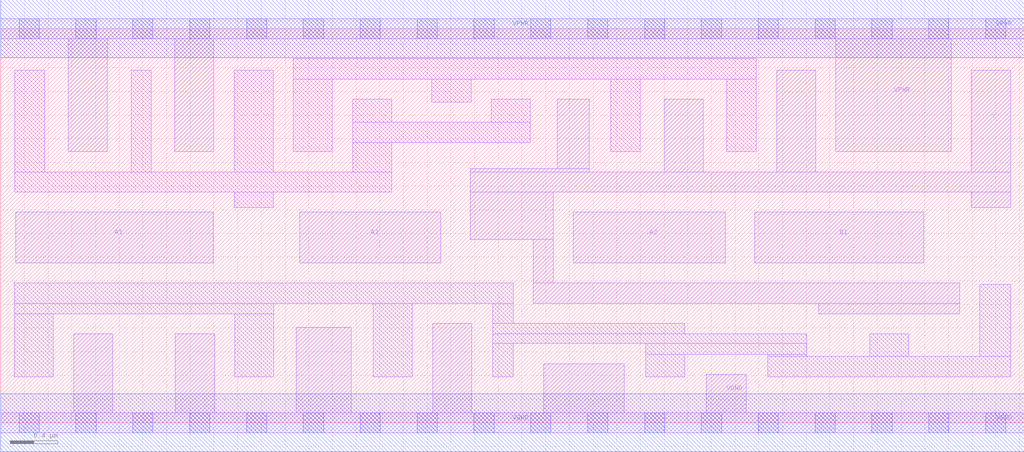
<source format=lef>
# Copyright 2020 The SkyWater PDK Authors
#
# Licensed under the Apache License, Version 2.0 (the "License");
# you may not use this file except in compliance with the License.
# You may obtain a copy of the License at
#
#     https://www.apache.org/licenses/LICENSE-2.0
#
# Unless required by applicable law or agreed to in writing, software
# distributed under the License is distributed on an "AS IS" BASIS,
# WITHOUT WARRANTIES OR CONDITIONS OF ANY KIND, either express or implied.
# See the License for the specific language governing permissions and
# limitations under the License.
#
# SPDX-License-Identifier: Apache-2.0

VERSION 5.7 ;
  NAMESCASESENSITIVE ON ;
  NOWIREEXTENSIONATPIN ON ;
  DIVIDERCHAR "/" ;
  BUSBITCHARS "[]" ;
UNITS
  DATABASE MICRONS 200 ;
END UNITS
MACRO sky130_fd_sc_hs__o31ai_4
  CLASS CORE ;
  SOURCE USER ;
  FOREIGN sky130_fd_sc_hs__o31ai_4 ;
  ORIGIN  0.000000  0.000000 ;
  SIZE  8.640000 BY  3.330000 ;
  SYMMETRY X Y ;
  SITE unit ;
  PIN A1
    ANTENNAGATEAREA  1.116000 ;
    DIRECTION INPUT ;
    USE SIGNAL ;
    PORT
      LAYER li1 ;
        RECT 0.125000 1.350000 1.795000 1.780000 ;
    END
  END A1
  PIN A2
    ANTENNAGATEAREA  1.116000 ;
    DIRECTION INPUT ;
    USE SIGNAL ;
    PORT
      LAYER li1 ;
        RECT 2.525000 1.350000 3.715000 1.780000 ;
    END
  END A2
  PIN A3
    ANTENNAGATEAREA  1.116000 ;
    DIRECTION INPUT ;
    USE SIGNAL ;
    PORT
      LAYER li1 ;
        RECT 4.835000 1.350000 6.115000 1.780000 ;
    END
  END A3
  PIN B1
    ANTENNAGATEAREA  0.780000 ;
    DIRECTION INPUT ;
    USE SIGNAL ;
    PORT
      LAYER li1 ;
        RECT 6.365000 1.350000 7.790000 1.780000 ;
    END
  END B1
  PIN Y
    ANTENNADIFFAREA  1.803200 ;
    DIRECTION OUTPUT ;
    USE SIGNAL ;
    PORT
      LAYER li1 ;
        RECT 3.965000 1.550000 4.665000 1.950000 ;
        RECT 3.965000 1.950000 8.525000 2.120000 ;
        RECT 3.965000 2.120000 4.970000 2.150000 ;
        RECT 4.495000 1.010000 8.095000 1.180000 ;
        RECT 4.495000 1.180000 4.665000 1.550000 ;
        RECT 4.700000 2.150000 4.970000 2.735000 ;
        RECT 5.600000 2.120000 5.930000 2.735000 ;
        RECT 6.550000 2.120000 6.880000 2.980000 ;
        RECT 6.905000 0.920000 8.095000 1.010000 ;
        RECT 8.195000 1.820000 8.525000 1.950000 ;
        RECT 8.195000 2.120000 8.525000 2.980000 ;
    END
  END Y
  PIN VGND
    DIRECTION INOUT ;
    USE GROUND ;
    PORT
      LAYER li1 ;
        RECT 0.000000 -0.085000 8.640000 0.085000 ;
        RECT 0.615000  0.085000 0.945000 0.750000 ;
        RECT 1.475000  0.085000 1.805000 0.750000 ;
        RECT 2.495000  0.085000 2.960000 0.805000 ;
        RECT 3.645000  0.085000 3.975000 0.840000 ;
        RECT 4.585000  0.085000 5.265000 0.500000 ;
        RECT 5.955000  0.085000 6.295000 0.410000 ;
      LAYER mcon ;
        RECT 0.155000 -0.085000 0.325000 0.085000 ;
        RECT 0.635000 -0.085000 0.805000 0.085000 ;
        RECT 1.115000 -0.085000 1.285000 0.085000 ;
        RECT 1.595000 -0.085000 1.765000 0.085000 ;
        RECT 2.075000 -0.085000 2.245000 0.085000 ;
        RECT 2.555000 -0.085000 2.725000 0.085000 ;
        RECT 3.035000 -0.085000 3.205000 0.085000 ;
        RECT 3.515000 -0.085000 3.685000 0.085000 ;
        RECT 3.995000 -0.085000 4.165000 0.085000 ;
        RECT 4.475000 -0.085000 4.645000 0.085000 ;
        RECT 4.955000 -0.085000 5.125000 0.085000 ;
        RECT 5.435000 -0.085000 5.605000 0.085000 ;
        RECT 5.915000 -0.085000 6.085000 0.085000 ;
        RECT 6.395000 -0.085000 6.565000 0.085000 ;
        RECT 6.875000 -0.085000 7.045000 0.085000 ;
        RECT 7.355000 -0.085000 7.525000 0.085000 ;
        RECT 7.835000 -0.085000 8.005000 0.085000 ;
        RECT 8.315000 -0.085000 8.485000 0.085000 ;
      LAYER met1 ;
        RECT 0.000000 -0.245000 8.640000 0.245000 ;
    END
  END VGND
  PIN VPWR
    DIRECTION INOUT ;
    USE POWER ;
    PORT
      LAYER li1 ;
        RECT 0.000000 3.245000 8.640000 3.415000 ;
        RECT 0.570000 2.290000 0.900000 3.245000 ;
        RECT 1.470000 2.290000 1.800000 3.245000 ;
        RECT 7.050000 2.290000 8.025000 3.245000 ;
      LAYER mcon ;
        RECT 0.155000 3.245000 0.325000 3.415000 ;
        RECT 0.635000 3.245000 0.805000 3.415000 ;
        RECT 1.115000 3.245000 1.285000 3.415000 ;
        RECT 1.595000 3.245000 1.765000 3.415000 ;
        RECT 2.075000 3.245000 2.245000 3.415000 ;
        RECT 2.555000 3.245000 2.725000 3.415000 ;
        RECT 3.035000 3.245000 3.205000 3.415000 ;
        RECT 3.515000 3.245000 3.685000 3.415000 ;
        RECT 3.995000 3.245000 4.165000 3.415000 ;
        RECT 4.475000 3.245000 4.645000 3.415000 ;
        RECT 4.955000 3.245000 5.125000 3.415000 ;
        RECT 5.435000 3.245000 5.605000 3.415000 ;
        RECT 5.915000 3.245000 6.085000 3.415000 ;
        RECT 6.395000 3.245000 6.565000 3.415000 ;
        RECT 6.875000 3.245000 7.045000 3.415000 ;
        RECT 7.355000 3.245000 7.525000 3.415000 ;
        RECT 7.835000 3.245000 8.005000 3.415000 ;
        RECT 8.315000 3.245000 8.485000 3.415000 ;
      LAYER met1 ;
        RECT 0.000000 3.085000 8.640000 3.575000 ;
    END
  END VPWR
  OBS
    LAYER li1 ;
      RECT 0.115000 0.390000 0.445000 0.920000 ;
      RECT 0.115000 0.920000 2.305000 1.010000 ;
      RECT 0.115000 1.010000 4.325000 1.180000 ;
      RECT 0.120000 1.950000 3.300000 2.120000 ;
      RECT 0.120000 2.120000 0.370000 2.980000 ;
      RECT 1.100000 2.120000 1.270000 2.980000 ;
      RECT 1.970000 1.820000 2.300000 1.950000 ;
      RECT 1.970000 2.120000 2.300000 2.980000 ;
      RECT 1.975000 0.390000 2.305000 0.920000 ;
      RECT 2.470000 2.290000 2.800000 2.905000 ;
      RECT 2.470000 2.905000 6.380000 3.075000 ;
      RECT 2.970000 2.120000 3.300000 2.370000 ;
      RECT 2.970000 2.370000 4.470000 2.540000 ;
      RECT 2.970000 2.540000 3.300000 2.735000 ;
      RECT 3.145000 0.390000 3.475000 1.010000 ;
      RECT 3.640000 2.710000 3.970000 2.905000 ;
      RECT 4.140000 2.540000 4.470000 2.735000 ;
      RECT 4.155000 0.390000 4.325000 0.670000 ;
      RECT 4.155000 0.670000 6.805000 0.750000 ;
      RECT 4.155000 0.750000 5.775000 0.840000 ;
      RECT 4.155000 0.840000 4.325000 1.010000 ;
      RECT 5.150000 2.290000 5.400000 2.905000 ;
      RECT 5.445000 0.390000 5.775000 0.580000 ;
      RECT 5.445000 0.580000 6.805000 0.670000 ;
      RECT 6.130000 2.290000 6.380000 2.905000 ;
      RECT 6.475000 0.390000 8.525000 0.560000 ;
      RECT 6.475000 0.560000 6.805000 0.580000 ;
      RECT 7.335000 0.560000 7.665000 0.750000 ;
      RECT 8.265000 0.560000 8.525000 1.170000 ;
  END
END sky130_fd_sc_hs__o31ai_4

</source>
